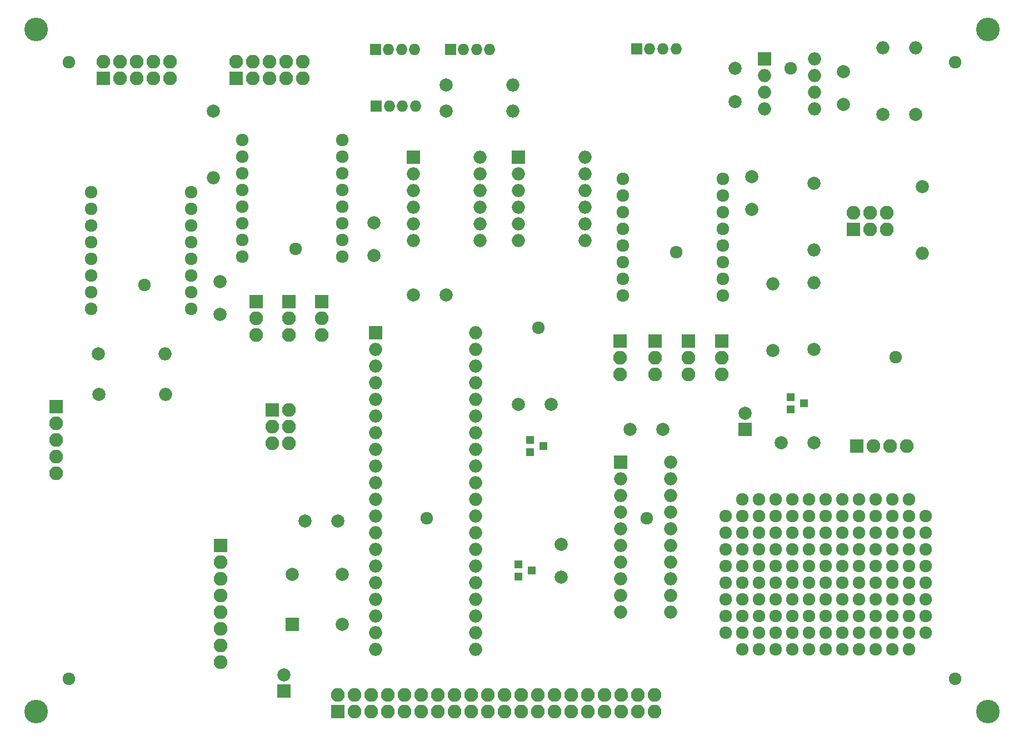
<source format=gts>
G04 #@! TF.FileFunction,Soldermask,Top*
%FSLAX46Y46*%
G04 Gerber Fmt 4.6, Leading zero omitted, Abs format (unit mm)*
G04 Created by KiCad (PCBNEW 4.0.7) date 01/11/19 10:06:21*
%MOMM*%
%LPD*%
G01*
G04 APERTURE LIST*
%ADD10C,0.100000*%
%ADD11C,1.924000*%
%ADD12C,2.000000*%
%ADD13R,2.000000X2.000000*%
%ADD14R,2.100000X2.100000*%
%ADD15O,2.100000X2.100000*%
%ADD16O,2.000000X2.000000*%
%ADD17R,1.300000X1.200000*%
%ADD18C,3.600000*%
%ADD19R,1.750000X1.750000*%
%ADD20O,1.750000X1.750000*%
G04 APERTURE END LIST*
D10*
D11*
X94500000Y-68500000D03*
X170000000Y-41000000D03*
X186000000Y-85000000D03*
X131500000Y-80500000D03*
X148000000Y-109500000D03*
X152500000Y-69000000D03*
X71500000Y-74000000D03*
X114500000Y-109500000D03*
X60000000Y-134000000D03*
X195000000Y-134000000D03*
X195000000Y-40000000D03*
D12*
X128476000Y-92200000D03*
X133476000Y-92200000D03*
X168500000Y-98000000D03*
X173500000Y-98000000D03*
X117500000Y-75500000D03*
X112500000Y-75500000D03*
X96000000Y-110000000D03*
X101000000Y-110000000D03*
X83000000Y-73500000D03*
X83000000Y-78500000D03*
X164000000Y-57500000D03*
X164000000Y-62500000D03*
X161500000Y-41000000D03*
X161500000Y-46000000D03*
X178000000Y-46500000D03*
X178000000Y-41500000D03*
X106500000Y-69500000D03*
X106500000Y-64500000D03*
D13*
X163000000Y-96000000D03*
D12*
X163000000Y-93500000D03*
D13*
X92710000Y-135890000D03*
D12*
X92710000Y-133390000D03*
D14*
X91000000Y-93000000D03*
D15*
X93540000Y-93000000D03*
X91000000Y-95540000D03*
X93540000Y-95540000D03*
X91000000Y-98080000D03*
X93540000Y-98080000D03*
D14*
X179500000Y-65500000D03*
D15*
X179500000Y-62960000D03*
X182040000Y-65500000D03*
X182040000Y-62960000D03*
X184580000Y-65500000D03*
X184580000Y-62960000D03*
D14*
X144000000Y-82500000D03*
D15*
X144000000Y-85040000D03*
X144000000Y-87580000D03*
D14*
X88500000Y-76500000D03*
D15*
X88500000Y-79040000D03*
X88500000Y-81580000D03*
D14*
X149340000Y-82500000D03*
D15*
X149340000Y-85040000D03*
X149340000Y-87580000D03*
D14*
X93500000Y-76500000D03*
D15*
X93500000Y-79040000D03*
X93500000Y-81580000D03*
D14*
X154420000Y-82500000D03*
D15*
X154420000Y-85040000D03*
X154420000Y-87580000D03*
D14*
X98500000Y-76500000D03*
D15*
X98500000Y-79040000D03*
X98500000Y-81580000D03*
D14*
X159500000Y-82500000D03*
D15*
X159500000Y-85040000D03*
X159500000Y-87580000D03*
D12*
X64500000Y-84500000D03*
D16*
X74660000Y-84500000D03*
D12*
X64516000Y-90678000D03*
D16*
X74676000Y-90678000D03*
D12*
X82000000Y-47500000D03*
D16*
X82000000Y-57660000D03*
D12*
X167295000Y-83931000D03*
D16*
X167295000Y-73771000D03*
D12*
X190000000Y-59000000D03*
D16*
X190000000Y-69160000D03*
D12*
X173500000Y-58500000D03*
D16*
X173500000Y-68660000D03*
D12*
X173518000Y-83804000D03*
D16*
X173518000Y-73644000D03*
D17*
X130270000Y-97600000D03*
X130270000Y-99500000D03*
X132270000Y-98550000D03*
X170000000Y-91050000D03*
X170000000Y-92950000D03*
X172000000Y-92000000D03*
D13*
X93980000Y-125730000D03*
D12*
X93980000Y-118110000D03*
X101600000Y-118110000D03*
X101600000Y-125730000D03*
D13*
X106680000Y-81280000D03*
D16*
X121920000Y-129540000D03*
X106680000Y-83820000D03*
X121920000Y-127000000D03*
X106680000Y-86360000D03*
X121920000Y-124460000D03*
X106680000Y-88900000D03*
X121920000Y-121920000D03*
X106680000Y-91440000D03*
X121920000Y-119380000D03*
X106680000Y-93980000D03*
X121920000Y-116840000D03*
X106680000Y-96520000D03*
X121920000Y-114300000D03*
X106680000Y-99060000D03*
X121920000Y-111760000D03*
X106680000Y-101600000D03*
X121920000Y-109220000D03*
X106680000Y-104140000D03*
X121920000Y-106680000D03*
X106680000Y-106680000D03*
X121920000Y-104140000D03*
X106680000Y-109220000D03*
X121920000Y-101600000D03*
X106680000Y-111760000D03*
X121920000Y-99060000D03*
X106680000Y-114300000D03*
X121920000Y-96520000D03*
X106680000Y-116840000D03*
X121920000Y-93980000D03*
X106680000Y-119380000D03*
X121920000Y-91440000D03*
X106680000Y-121920000D03*
X121920000Y-88900000D03*
X106680000Y-124460000D03*
X121920000Y-86360000D03*
X106680000Y-127000000D03*
X121920000Y-83820000D03*
X106680000Y-129540000D03*
X121920000Y-81280000D03*
D13*
X112500000Y-54500000D03*
D16*
X122660000Y-67200000D03*
X112500000Y-57040000D03*
X122660000Y-64660000D03*
X112500000Y-59580000D03*
X122660000Y-62120000D03*
X112500000Y-62120000D03*
X122660000Y-59580000D03*
X112500000Y-64660000D03*
X122660000Y-57040000D03*
X112500000Y-67200000D03*
X122660000Y-54500000D03*
D13*
X144018000Y-100965000D03*
D16*
X151638000Y-123825000D03*
X144018000Y-103505000D03*
X151638000Y-121285000D03*
X144018000Y-106045000D03*
X151638000Y-118745000D03*
X144018000Y-108585000D03*
X151638000Y-116205000D03*
X144018000Y-111125000D03*
X151638000Y-113665000D03*
X144018000Y-113665000D03*
X151638000Y-111125000D03*
X144018000Y-116205000D03*
X151638000Y-108585000D03*
X144018000Y-118745000D03*
X151638000Y-106045000D03*
X144018000Y-121285000D03*
X151638000Y-103505000D03*
X144018000Y-123825000D03*
X151638000Y-100965000D03*
D17*
X128500000Y-116550000D03*
X128500000Y-118450000D03*
X130500000Y-117500000D03*
D12*
X135000000Y-118500000D03*
X135000000Y-113500000D03*
D11*
X63380000Y-59840000D03*
X63380000Y-62380000D03*
X63380000Y-64920000D03*
X63380000Y-67460000D03*
X63380000Y-70000000D03*
X63380000Y-72540000D03*
X63380000Y-75080000D03*
X63380000Y-77620000D03*
X78620000Y-77620000D03*
X78620000Y-75080000D03*
X78620000Y-72540000D03*
X78620000Y-70000000D03*
X78620000Y-67460000D03*
X78620000Y-64920000D03*
X78620000Y-62380000D03*
X78620000Y-59840000D03*
X144380000Y-57840000D03*
X144380000Y-60380000D03*
X144380000Y-62920000D03*
X144380000Y-65460000D03*
X144380000Y-68000000D03*
X144380000Y-70540000D03*
X144380000Y-73080000D03*
X144380000Y-75620000D03*
X159620000Y-75620000D03*
X159620000Y-73080000D03*
X159620000Y-70540000D03*
X159620000Y-68000000D03*
X159620000Y-65460000D03*
X159620000Y-62920000D03*
X159620000Y-60380000D03*
X159620000Y-57840000D03*
X86380000Y-51840000D03*
X86380000Y-54380000D03*
X86380000Y-56920000D03*
X86380000Y-59460000D03*
X86380000Y-62000000D03*
X86380000Y-64540000D03*
X86380000Y-67080000D03*
X86380000Y-69620000D03*
X101620000Y-69620000D03*
X101620000Y-67080000D03*
X101620000Y-64540000D03*
X101620000Y-62000000D03*
X101620000Y-59460000D03*
X101620000Y-56920000D03*
X101620000Y-54380000D03*
X101620000Y-51840000D03*
D12*
X145500000Y-96000000D03*
X150500000Y-96000000D03*
D14*
X58000000Y-92500000D03*
D15*
X58000000Y-95040000D03*
X58000000Y-97580000D03*
X58000000Y-100120000D03*
X58000000Y-102660000D03*
D12*
X184000000Y-48000000D03*
D16*
X184000000Y-37840000D03*
D12*
X189000000Y-48000000D03*
D16*
X189000000Y-37840000D03*
D12*
X117500000Y-43500000D03*
D16*
X127660000Y-43500000D03*
D12*
X117500000Y-47500000D03*
D16*
X127660000Y-47500000D03*
D14*
X180000000Y-98500000D03*
D15*
X182540000Y-98500000D03*
X185080000Y-98500000D03*
X187620000Y-98500000D03*
D11*
X187960000Y-129540000D03*
X185420000Y-129540000D03*
X182880000Y-129540000D03*
X180340000Y-129540000D03*
X177800000Y-129540000D03*
X175260000Y-129540000D03*
X172720000Y-129540000D03*
X170180000Y-129540000D03*
X167640000Y-129540000D03*
X165100000Y-129540000D03*
X162560000Y-129540000D03*
X190500000Y-127000000D03*
X187960000Y-127000000D03*
X185420000Y-127000000D03*
X182880000Y-127000000D03*
X180340000Y-127000000D03*
X177800000Y-127000000D03*
X175260000Y-127000000D03*
X172720000Y-127000000D03*
X170180000Y-127000000D03*
X167640000Y-127000000D03*
X165100000Y-127000000D03*
X162560000Y-127000000D03*
X160020000Y-127000000D03*
X190500000Y-124460000D03*
X187960000Y-124460000D03*
X185420000Y-124460000D03*
X182880000Y-124460000D03*
X180340000Y-124460000D03*
X177800000Y-124460000D03*
X175260000Y-124460000D03*
X172720000Y-124460000D03*
X170180000Y-124460000D03*
X167640000Y-124460000D03*
X165100000Y-124460000D03*
X162560000Y-124460000D03*
X160020000Y-124460000D03*
X190500000Y-121920000D03*
X187960000Y-121920000D03*
X185420000Y-121920000D03*
X182880000Y-121920000D03*
X180340000Y-121920000D03*
X177800000Y-121920000D03*
X175260000Y-121920000D03*
X172720000Y-121920000D03*
X170180000Y-121920000D03*
X167640000Y-121920000D03*
X165100000Y-121920000D03*
X162560000Y-121920000D03*
X160020000Y-121920000D03*
X190500000Y-119380000D03*
X187960000Y-119380000D03*
X185420000Y-119380000D03*
X182880000Y-119380000D03*
X180340000Y-119380000D03*
X177800000Y-119380000D03*
X175260000Y-119380000D03*
X172720000Y-119380000D03*
X170180000Y-119380000D03*
X167640000Y-119380000D03*
X165100000Y-119380000D03*
X162560000Y-119380000D03*
X160020000Y-119380000D03*
X190500000Y-116840000D03*
X187960000Y-116840000D03*
X185420000Y-116840000D03*
X182880000Y-116840000D03*
X180340000Y-116840000D03*
X177800000Y-116840000D03*
X175260000Y-116840000D03*
X172720000Y-116840000D03*
X170180000Y-116840000D03*
X167640000Y-116840000D03*
X165100000Y-116840000D03*
X162560000Y-116840000D03*
X160020000Y-116840000D03*
X190500000Y-114300000D03*
X187960000Y-114300000D03*
X185420000Y-114300000D03*
X182880000Y-114300000D03*
X180340000Y-114300000D03*
X177800000Y-114300000D03*
X175260000Y-114300000D03*
X172720000Y-114300000D03*
X170180000Y-114300000D03*
X167640000Y-114300000D03*
X165100000Y-114300000D03*
X162560000Y-114300000D03*
X160020000Y-114300000D03*
X190500000Y-111760000D03*
X187960000Y-111760000D03*
X185420000Y-111760000D03*
X182880000Y-111760000D03*
X180340000Y-111760000D03*
X177800000Y-111760000D03*
X175260000Y-111760000D03*
X172720000Y-111760000D03*
X170180000Y-111760000D03*
X167640000Y-111760000D03*
X165100000Y-111760000D03*
X162560000Y-111760000D03*
X160020000Y-111760000D03*
X190500000Y-109220000D03*
X187960000Y-109220000D03*
X185420000Y-109220000D03*
X182880000Y-109220000D03*
X180340000Y-109220000D03*
X177800000Y-109220000D03*
X175260000Y-109220000D03*
X172720000Y-109220000D03*
X170180000Y-109220000D03*
X167640000Y-109220000D03*
X165100000Y-109220000D03*
X162560000Y-109220000D03*
X160020000Y-109220000D03*
X187960000Y-106680000D03*
X185420000Y-106680000D03*
X182880000Y-106680000D03*
X180340000Y-106680000D03*
X177800000Y-106680000D03*
X175260000Y-106680000D03*
X172720000Y-106680000D03*
X170180000Y-106680000D03*
X167640000Y-106680000D03*
X165100000Y-106680000D03*
X162560000Y-106680000D03*
D18*
X55000000Y-139000000D03*
X200000000Y-35000000D03*
X55000000Y-35000000D03*
X200000000Y-139000000D03*
D14*
X65250000Y-42500000D03*
D15*
X65250000Y-39960000D03*
X67790000Y-42500000D03*
X67790000Y-39960000D03*
X70330000Y-42500000D03*
X70330000Y-39960000D03*
X72870000Y-42500000D03*
X72870000Y-39960000D03*
X75410000Y-42500000D03*
X75410000Y-39960000D03*
D14*
X85500000Y-42500000D03*
D15*
X85500000Y-39960000D03*
X88040000Y-42500000D03*
X88040000Y-39960000D03*
X90580000Y-42500000D03*
X90580000Y-39960000D03*
X93120000Y-42500000D03*
X93120000Y-39960000D03*
X95660000Y-42500000D03*
X95660000Y-39960000D03*
D14*
X101000000Y-139000000D03*
D15*
X101000000Y-136460000D03*
X103540000Y-139000000D03*
X103540000Y-136460000D03*
X106080000Y-139000000D03*
X106080000Y-136460000D03*
X108620000Y-139000000D03*
X108620000Y-136460000D03*
X111160000Y-139000000D03*
X111160000Y-136460000D03*
X113700000Y-139000000D03*
X113700000Y-136460000D03*
X116240000Y-139000000D03*
X116240000Y-136460000D03*
X118780000Y-139000000D03*
X118780000Y-136460000D03*
X121320000Y-139000000D03*
X121320000Y-136460000D03*
X123860000Y-139000000D03*
X123860000Y-136460000D03*
X126400000Y-139000000D03*
X126400000Y-136460000D03*
X128940000Y-139000000D03*
X128940000Y-136460000D03*
X131480000Y-139000000D03*
X131480000Y-136460000D03*
X134020000Y-139000000D03*
X134020000Y-136460000D03*
X136560000Y-139000000D03*
X136560000Y-136460000D03*
X139100000Y-139000000D03*
X139100000Y-136460000D03*
X141640000Y-139000000D03*
X141640000Y-136460000D03*
X144180000Y-139000000D03*
X144180000Y-136460000D03*
X146720000Y-139000000D03*
X146720000Y-136460000D03*
X149260000Y-139000000D03*
X149260000Y-136460000D03*
D19*
X106680000Y-38100000D03*
D20*
X108680000Y-38100000D03*
X110680000Y-38100000D03*
X112680000Y-38100000D03*
D19*
X118110000Y-38100000D03*
D20*
X120110000Y-38100000D03*
X122110000Y-38100000D03*
X124110000Y-38100000D03*
D19*
X146500000Y-38000000D03*
D20*
X148500000Y-38000000D03*
X150500000Y-38000000D03*
X152500000Y-38000000D03*
D19*
X106807000Y-46736000D03*
D20*
X108807000Y-46736000D03*
X110807000Y-46736000D03*
X112807000Y-46736000D03*
D13*
X128500000Y-54500000D03*
D16*
X138660000Y-67200000D03*
X128500000Y-57040000D03*
X138660000Y-64660000D03*
X128500000Y-59580000D03*
X138660000Y-62120000D03*
X128500000Y-62120000D03*
X138660000Y-59580000D03*
X128500000Y-64660000D03*
X138660000Y-57040000D03*
X128500000Y-67200000D03*
X138660000Y-54500000D03*
D14*
X83058000Y-113665000D03*
D15*
X83058000Y-116205000D03*
X83058000Y-118745000D03*
X83058000Y-121285000D03*
X83058000Y-123825000D03*
X83058000Y-126365000D03*
X83058000Y-128905000D03*
X83058000Y-131445000D03*
D13*
X166000000Y-39500000D03*
D16*
X173620000Y-47120000D03*
X166000000Y-42040000D03*
X173620000Y-44580000D03*
X166000000Y-44580000D03*
X173620000Y-42040000D03*
X166000000Y-47120000D03*
X173620000Y-39500000D03*
D11*
X60000000Y-40000000D03*
M02*

</source>
